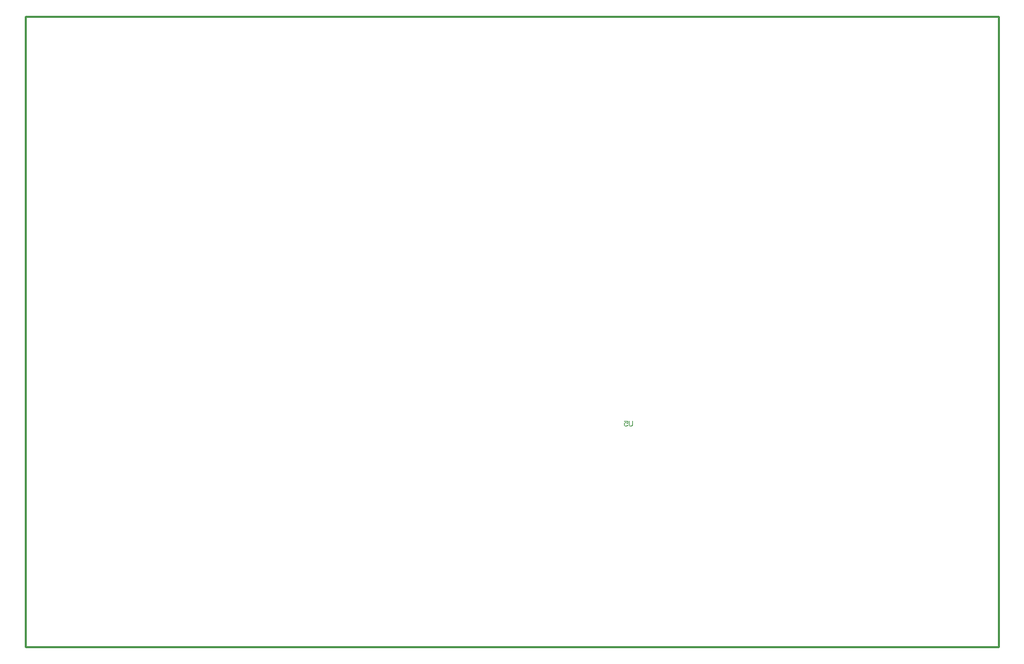
<source format=gbr>
G04*
G04 #@! TF.GenerationSoftware,Altium Limited,Altium Designer,24.1.2 (44)*
G04*
G04 Layer_Color=16711935*
%FSLAX25Y25*%
%MOIN*%
G70*
G04*
G04 #@! TF.SameCoordinates,E3FF4B23-F407-445B-9987-FD0FFFC61A21*
G04*
G04*
G04 #@! TF.FilePolarity,Positive*
G04*
G01*
G75*
%ADD13C,0.01000*%
%ADD59C,0.00394*%
D13*
X166000Y234000D02*
X638000D01*
X166000Y540000D02*
X638000D01*
Y234000D02*
Y540000D01*
X166000Y234000D02*
Y540000D01*
D59*
X460228Y343861D02*
Y341894D01*
X459835Y341500D01*
X459048D01*
X458654Y341894D01*
Y343861D01*
X456293D02*
X457867D01*
Y342681D01*
X457080Y343074D01*
X456686D01*
X456293Y342681D01*
Y341894D01*
X456686Y341500D01*
X457473D01*
X457867Y341894D01*
M02*

</source>
